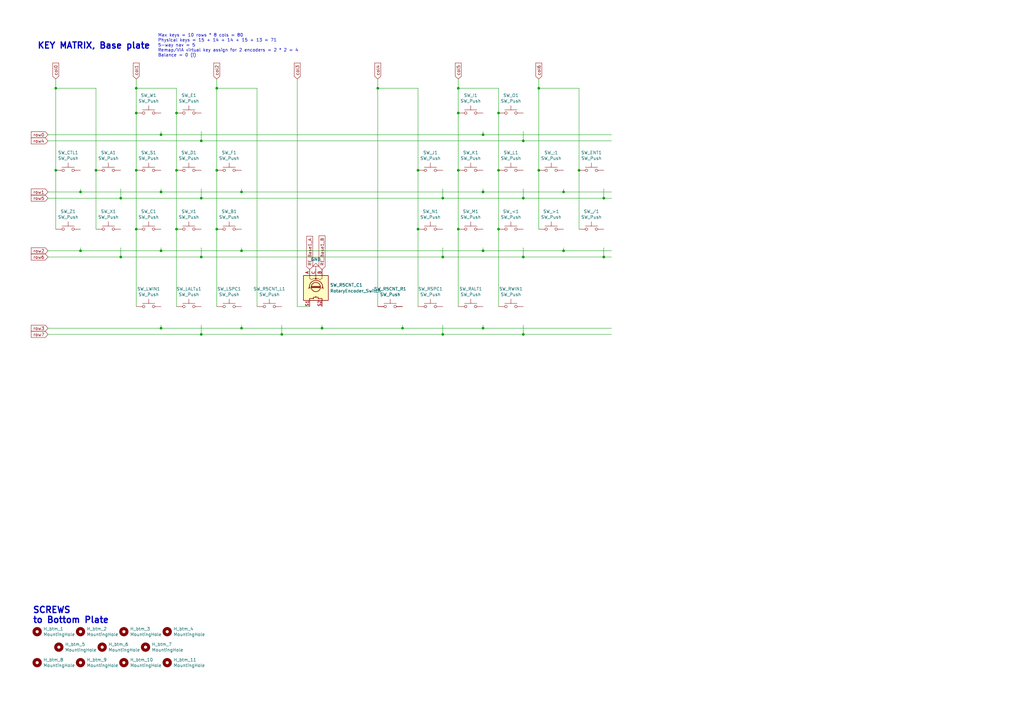
<source format=kicad_sch>
(kicad_sch (version 20231120) (generator "eeschema") (generator_version "8.0")
  (paper "A3")
  (title_block (title "Sandy") (date "2023-01-04") (rev "v.0") (company "@jpskenn"))
  (lib_symbols
    (symbol "Device:RotaryEncoder_Switch" (pin_names (offset 0.254) hide)
      (property "Reference" "SW" (at 0 6.604 0))
      (property "Value" "RotaryEncoder_Switch" (at 0 -6.604 0))
      (symbol "RotaryEncoder_Switch_0_1"
        (rectangle (start -5.08 5.08) (end 5.08 -5.08) (stroke (width 0.254)) (fill (type background)))
        (circle (center -3.81 0) (radius 0.254) (fill (type outline)))
        (circle (center -0.381 0) (radius 1.905) (stroke (width 0.254)))
        (arc (start -0.381 2.667) (mid -3.0988 -0.0635) (end -0.381 -2.794) (stroke (width 0.254)))
        (polyline (pts (xy -0.635 -1.778) (xy -0.635 1.778)) (stroke (width 0.254)))
        (polyline (pts (xy -0.381 -1.778) (xy -0.381 1.778)) (stroke (width 0.254)))
        (polyline (pts (xy -0.127 1.778) (xy -0.127 -1.778)) (stroke (width 0.254)))
        (polyline (pts (xy 3.81 0) (xy 3.429 0)) (stroke (width 0.254)))
        (polyline (pts (xy 3.81 1.016) (xy 3.81 -1.016)) (stroke (width 0.254)))
        (polyline (pts (xy -5.08 -2.54) (xy -3.81 -2.54) (xy -3.81 -2.032)))
        (polyline (pts (xy -5.08 2.54) (xy -3.81 2.54) (xy -3.81 2.032)))
        (polyline (pts (xy 0.254 -3.048) (xy -0.508 -2.794) (xy 0.127 -2.413)) (stroke (width 0.254)))
        (polyline (pts (xy 0.254 2.921) (xy -0.508 2.667) (xy 0.127 2.286)) (stroke (width 0.254)))
        (polyline (pts (xy 5.08 -2.54) (xy 4.318 -2.54) (xy 4.318 -1.016)) (stroke (width 0.254)))
        (polyline (pts (xy 5.08 2.54) (xy 4.318 2.54) (xy 4.318 1.016)) (stroke (width 0.254)))
        (polyline (pts (xy -5.08 0) (xy -3.81 0) (xy -3.81 -1.016) (xy -3.302 -2.032)))
        (polyline (pts (xy -4.318 0) (xy -3.81 0) (xy -3.81 1.016) (xy -3.302 2.032)))
        (circle (center 4.318 -1.016) (radius 0.127) (stroke (width 0.254)))
        (circle (center 4.318 1.016) (radius 0.127) (stroke (width 0.254)))
      )
      (symbol "RotaryEncoder_Switch_1_1"
        (pin passive line (at -7.62 2.54 0) (length 2.54) (name "A") (number "A"))
        (pin passive line (at -7.62 -2.54 0) (length 2.54) (name "B") (number "B"))
        (pin passive line (at -7.62 0 0) (length 2.54) (name "C") (number "C"))
        (pin passive line (at 7.62 2.54 180) (length 2.54) (name "S1") (number "S1"))
        (pin passive line (at 7.62 -2.54 180) (length 2.54) (name "S2") (number "S2"))
      )
    )
    (symbol "GND_4" (power) (pin_numbers hide) (pin_names (offset 0) hide)
      (property "Value" "GND" (at 0 -3.81 0))
      (symbol "GND_4_0_1"
        (polyline (pts (xy 0 0) (xy 0 -1.27) (xy 1.27 -1.27) (xy 0 -2.54) (xy -1.27 -1.27) (xy 0 -1.27)))
      )
      (symbol "GND_4_1_1"
        (pin power_in line (at 0 0 270) (length 0) (name "~") (number "1"))
      )
    )
    (symbol "Mechanical:MountingHole" (pin_names (offset 1.016))
      (property "Reference" "H" (at 0 5.08 0))
      (property "Value" "MountingHole" (at 0 3.175 0))
      (symbol "MountingHole_0_1"
        (circle (center 0 0) (radius 1.27) (stroke (width 1.27)))
      )
    )
    (symbol "Switch:SW_Push" (pin_numbers hide) (pin_names (offset 1.016) hide)
      (property "Reference" "SW" (at 1.27 2.54 0))
      (property "Value" "SW_Push" (at 0 -1.524 0))
      (symbol "SW_Push_0_1"
        (circle (center -2.032 0) (radius 0.508))
        (polyline (pts (xy 0 1.27) (xy 0 3.048)))
        (polyline (pts (xy 2.54 1.27) (xy -2.54 1.27)))
        (circle (center 2.032 0) (radius 0.508))
        (pin passive line (at -5.08 0 0) (length 2.54) (name "1") (number "1"))
        (pin passive line (at 5.08 0 180) (length 2.54) (name "2") (number "2"))
      )
    )
  )
  (bus_alias "def-a" (members "row0" "row5" "col0" "col1"))
  (junction (at 33.02 78.74))
  (junction (at 198.12 55.245))
  (junction (at 247.65 105.41))
  (junction (at 33.02 102.87))
  (junction (at 214.63 81.28))
  (junction (at 66.04 134.62))
  (junction (at 165.1 134.62))
  (junction (at 204.47 93.98))
  (junction (at 198.12 102.87))
  (junction (at 154.94 36.195))
  (junction (at 55.88 69.85))
  (junction (at 39.37 69.85))
  (junction (at 99.06 78.74))
  (junction (at 181.61 81.28))
  (junction (at 198.12 78.74))
  (junction (at 187.96 93.98))
  (junction (at 171.45 69.85))
  (junction (at 88.9 36.195))
  (junction (at 181.61 105.41))
  (junction (at 171.45 93.98))
  (junction (at 55.88 36.195))
  (junction (at 214.63 57.785))
  (junction (at 115.57 137.16))
  (junction (at 214.63 137.16))
  (junction (at 49.53 81.28))
  (junction (at 82.55 137.16))
  (junction (at 66.04 55.245))
  (junction (at 82.55 81.28))
  (junction (at 55.88 93.98))
  (junction (at 231.14 78.74))
  (junction (at 220.98 36.195))
  (junction (at 132.08 134.62))
  (junction (at 66.04 102.87))
  (junction (at 82.55 105.41))
  (junction (at 99.06 102.87))
  (junction (at 247.65 81.28))
  (junction (at 181.61 137.16))
  (junction (at 204.47 69.85))
  (junction (at 72.39 46.355))
  (junction (at 237.49 69.85))
  (junction (at 49.53 105.41))
  (junction (at 231.14 102.87))
  (junction (at 220.98 69.85))
  (junction (at 88.9 69.85))
  (junction (at 204.47 46.355))
  (junction (at 72.39 93.98))
  (junction (at 88.9 93.98))
  (junction (at 187.96 36.195))
  (junction (at 82.55 57.785))
  (junction (at 214.63 105.41))
  (junction (at 198.12 134.62))
  (junction (at 66.04 78.74))
  (junction (at 187.96 46.355))
  (junction (at 187.96 69.85))
  (junction (at 99.06 134.62))
  (junction (at 72.39 69.85))
  (junction (at 22.86 69.85))
  (junction (at 55.88 46.355))
  (junction (at 22.86 36.195))
  (wire (pts (xy 19.685 134.62) (xy 66.04 134.62)))
  (wire (pts (xy 198.12 53.975) (xy 198.12 55.245)))
  (wire (pts (xy 82.55 57.785) (xy 214.63 57.785)))
  (wire (pts (xy 19.685 137.16) (xy 82.55 137.16)))
  (wire (pts (xy 22.86 32.385) (xy 22.86 36.195)))
  (wire (pts (xy 99.06 101.6) (xy 99.06 102.87)))
  (wire (pts (xy 66.04 78.74) (xy 99.06 78.74)))
  (wire (pts (xy 181.61 137.16) (xy 181.61 133.35)))
  (wire (pts (xy 22.86 36.195) (xy 39.37 36.195)))
  (wire (pts (xy 165.1 134.62) (xy 198.12 134.62)))
  (wire (pts (xy 171.45 36.195) (xy 171.45 69.85)))
  (wire (pts (xy 99.06 133.35) (xy 99.06 134.62)))
  (wire (pts (xy 187.96 36.195) (xy 187.96 46.355)))
  (wire (pts (xy 49.53 105.41) (xy 82.55 105.41)))
  (wire (pts (xy 72.39 46.355) (xy 72.39 69.85)))
  (wire (pts (xy 204.47 93.98) (xy 204.47 125.73)))
  (wire (pts (xy 72.39 69.85) (xy 72.39 93.98)))
  (wire (pts (xy 237.49 36.195) (xy 237.49 69.85)))
  (wire (pts (xy 99.06 78.74) (xy 198.12 78.74)))
  (wire (pts (xy 49.53 81.28) (xy 82.55 81.28)))
  (wire (pts (xy 171.45 93.98) (xy 171.45 125.73)))
  (wire (pts (xy 19.685 78.74) (xy 33.02 78.74)))
  (wire (pts (xy 231.14 78.74) (xy 250.825 78.74)))
  (wire (pts (xy 198.12 101.6) (xy 198.12 102.87)))
  (wire (pts (xy 247.65 77.47) (xy 247.65 81.28)))
  (wire (pts (xy 72.39 93.98) (xy 72.39 125.73)))
  (wire (pts (xy 204.47 69.85) (xy 204.47 93.98)))
  (wire (pts (xy 19.685 55.245) (xy 66.04 55.245)))
  (wire (pts (xy 66.04 53.975) (xy 66.04 55.245)))
  (wire (pts (xy 181.61 137.16) (xy 214.63 137.16)))
  (wire (pts (xy 49.53 77.47) (xy 49.53 81.28)))
  (wire (pts (xy 88.9 32.385) (xy 88.9 36.195)))
  (wire (pts (xy 99.06 77.47) (xy 99.06 78.74)))
  (wire (pts (xy 82.55 105.41) (xy 181.61 105.41)))
  (wire (pts (xy 82.55 101.6) (xy 82.55 105.41)))
  (wire (pts (xy 181.61 105.41) (xy 214.63 105.41)))
  (wire (pts (xy 231.14 77.47) (xy 231.14 78.74)))
  (wire (pts (xy 72.39 36.195) (xy 55.88 36.195)))
  (wire (pts (xy 66.04 134.62) (xy 99.06 134.62)))
  (wire (pts (xy 55.88 69.85) (xy 55.88 93.98)))
  (wire (pts (xy 99.06 102.87) (xy 198.12 102.87)))
  (wire (pts (xy 19.685 105.41) (xy 49.53 105.41)))
  (wire (pts (xy 33.02 78.74) (xy 66.04 78.74)))
  (wire (pts (xy 198.12 133.35) (xy 198.12 134.62)))
  (wire (pts (xy 214.63 105.41) (xy 247.65 105.41)))
  (wire (pts (xy 214.63 57.785) (xy 250.825 57.785)))
  (wire (pts (xy 247.65 81.28) (xy 250.825 81.28)))
  (wire (pts (xy 72.39 36.195) (xy 72.39 46.355)))
  (wire (pts (xy 181.61 101.6) (xy 181.61 105.41)))
  (wire (pts (xy 154.94 32.385) (xy 154.94 36.195)))
  (wire (pts (xy 187.96 32.385) (xy 187.96 36.195)))
  (wire (pts (xy 204.47 46.355) (xy 204.47 69.85)))
  (wire (pts (xy 115.57 133.35) (xy 115.57 137.16)))
  (wire (pts (xy 198.12 78.74) (xy 231.14 78.74)))
  (wire (pts (xy 88.9 93.98) (xy 88.9 125.73)))
  (wire (pts (xy 115.57 137.16) (xy 181.61 137.16)))
  (wire (pts (xy 171.45 69.85) (xy 171.45 93.98)))
  (wire (pts (xy 55.88 93.98) (xy 55.88 125.73)))
  (wire (pts (xy 49.53 101.6) (xy 49.53 105.41)))
  (wire (pts (xy 198.12 134.62) (xy 250.825 134.62)))
  (wire (pts (xy 204.47 36.195) (xy 204.47 46.355)))
  (wire (pts (xy 214.63 133.35) (xy 214.63 137.16)))
  (wire (pts (xy 22.86 69.85) (xy 22.86 93.98)))
  (wire (pts (xy 187.96 93.98) (xy 187.96 125.73)))
  (wire (pts (xy 220.98 36.195) (xy 220.98 69.85)))
  (wire (pts (xy 33.02 77.47) (xy 33.02 78.74)))
  (wire (pts (xy 66.04 102.87) (xy 99.06 102.87)))
  (wire (pts (xy 121.92 125.73) (xy 127 125.73)))
  (wire (pts (xy 105.41 36.195) (xy 105.41 125.73)))
  (wire (pts (xy 237.49 36.195) (xy 220.98 36.195)))
  (wire (pts (xy 33.02 101.6) (xy 33.02 102.87)))
  (wire (pts (xy 19.685 81.28) (xy 49.53 81.28)))
  (wire (pts (xy 88.9 36.195) (xy 88.9 69.85)))
  (wire (pts (xy 33.02 102.87) (xy 66.04 102.87)))
  (wire (pts (xy 39.37 36.195) (xy 39.37 69.85)))
  (wire (pts (xy 237.49 69.85) (xy 237.49 93.98)))
  (wire (pts (xy 198.12 102.87) (xy 231.14 102.87)))
  (wire (pts (xy 214.63 77.47) (xy 214.63 81.28)))
  (wire (pts (xy 132.08 134.62) (xy 165.1 134.62)))
  (wire (pts (xy 19.685 102.87) (xy 33.02 102.87)))
  (wire (pts (xy 99.06 134.62) (xy 132.08 134.62)))
  (wire (pts (xy 220.98 69.85) (xy 220.98 93.98)))
  (wire (pts (xy 250.825 105.41) (xy 247.65 105.41)))
  (wire (pts (xy 214.63 81.28) (xy 247.65 81.28)))
  (wire (pts (xy 214.63 137.16) (xy 250.825 137.16)))
  (wire (pts (xy 19.685 57.785) (xy 82.55 57.785)))
  (wire (pts (xy 82.55 137.16) (xy 115.57 137.16)))
  (wire (pts (xy 214.63 101.6) (xy 214.63 105.41)))
  (wire (pts (xy 55.88 32.385) (xy 55.88 36.195)))
  (wire (pts (xy 187.96 69.85) (xy 187.96 93.98)))
  (wire (pts (xy 88.9 69.85) (xy 88.9 93.98)))
  (wire (pts (xy 171.45 36.195) (xy 154.94 36.195)))
  (wire (pts (xy 204.47 36.195) (xy 187.96 36.195)))
  (wire (pts (xy 181.61 81.28) (xy 214.63 81.28)))
  (wire (pts (xy 181.61 77.47) (xy 181.61 81.28)))
  (wire (pts (xy 132.08 133.35) (xy 132.08 134.62)))
  (wire (pts (xy 66.04 133.35) (xy 66.04 134.62)))
  (wire (pts (xy 66.04 101.6) (xy 66.04 102.87)))
  (wire (pts (xy 247.65 101.6) (xy 247.65 105.41)))
  (wire (pts (xy 105.41 36.195) (xy 88.9 36.195)))
  (wire (pts (xy 66.04 55.245) (xy 198.12 55.245)))
  (wire (pts (xy 154.94 36.195) (xy 154.94 125.73)))
  (wire (pts (xy 187.96 46.355) (xy 187.96 69.85)))
  (wire (pts (xy 82.55 133.35) (xy 82.55 137.16)))
  (wire (pts (xy 231.14 101.6) (xy 231.14 102.87)))
  (wire (pts (xy 39.37 69.85) (xy 39.37 93.98)))
  (wire (pts (xy 165.1 133.35) (xy 165.1 134.62)))
  (wire (pts (xy 55.88 46.355) (xy 55.88 69.85)))
  (wire (pts (xy 121.92 32.385) (xy 121.92 125.73)))
  (wire (pts (xy 82.55 81.28) (xy 181.61 81.28)))
  (wire (pts (xy 82.55 53.975) (xy 82.55 57.785)))
  (wire (pts (xy 231.14 102.87) (xy 250.825 102.87)))
  (wire (pts (xy 214.63 53.975) (xy 214.63 57.785)))
  (wire (pts (xy 220.98 32.385) (xy 220.98 36.195)))
  (wire (pts (xy 66.04 77.47) (xy 66.04 78.74)))
  (wire (pts (xy 22.86 36.195) (xy 22.86 69.85)))
  (wire (pts (xy 198.12 55.245) (xy 250.825 55.245)))
  (wire (pts (xy 198.12 77.47) (xy 198.12 78.74)))
  (wire (pts (xy 55.88 36.195) (xy 55.88 46.355)))
  (wire (pts (xy 82.55 77.47) (xy 82.55 81.28)))
  (text "SCREWS\nto Bottom Plate" (at 13.335 255.905 0) (effects (font (size 2.54 2.54) (thickness 0.508) (bold yes)) (justify left bottom)))
  (text "KEY MATRIX, Base plate" (at 15.24 20.32 0) (effects (font (size 2.54 2.54) (thickness 0.508) (bold yes)) (justify left bottom)))
  (text "Max keys = 10 rows * 8 cols = 80\nPhysical keys = 15 + 14 + 14 + 15 + 13 = 71\n5-way nav = 5\nRemap/VIA virtual key assign for 2 encoders = 2 * 2 = 4\nBalance = 0 (!)" (at 64.77 23.495 0) (effects (font (size 1.27 1.27)) (justify left bottom)))
  (global_label "row3" (shape input) (at 19.685 134.62 180) (property "Intersheetrefs" "${INTERSHEET_REFS}" (effects (hide yes))) (property "シート間のリファレンス" "${INTERSHEET_REFS}" (effects (hide yes))))
  (global_label "col6" (shape input) (at 220.98 32.385 90) (property "Intersheetrefs" "${INTERSHEET_REFS}" (effects (hide yes))) (property "シート間のリファレンス" "${INTERSHEET_REFS}" (effects (hide yes))))
  (global_label "col4" (shape input) (at 154.94 32.385 90) (property "Intersheetrefs" "${INTERSHEET_REFS}" (effects (hide yes))) (property "シート間のリファレンス" "${INTERSHEET_REFS}" (effects (hide yes))))
  (global_label "row7" (shape input) (at 19.685 137.16 180) (property "Intersheetrefs" "${INTERSHEET_REFS}" (effects (hide yes))) (property "シート間のリファレンス" "${INTERSHEET_REFS}" (effects (hide yes))))
  (global_label "row6" (shape input) (at 19.685 105.41 180) (property "Intersheetrefs" "${INTERSHEET_REFS}" (effects (hide yes))) (property "シート間のリファレンス" "${INTERSHEET_REFS}" (effects (hide yes))))
  (global_label "col2" (shape input) (at 88.9 32.385 90) (property "Intersheetrefs" "${INTERSHEET_REFS}" (effects (hide yes))) (property "シート間のリファレンス" "${INTERSHEET_REFS}" (effects (hide yes))))
  (global_label "row2" (shape input) (at 19.685 102.87 180) (property "Intersheetrefs" "${INTERSHEET_REFS}" (effects (hide yes))) (property "シート間のリファレンス" "${INTERSHEET_REFS}" (effects (hide yes))))
  (global_label "RE_Base1_A" (shape input) (at 127 110.49 90) (property "Intersheetrefs" "${INTERSHEET_REFS}" (effects (hide yes))) (property "シート間のリファレンス" "${INTERSHEET_REFS}" (effects (hide yes))))
  (global_label "row1" (shape input) (at 19.685 78.74 180) (property "Intersheetrefs" "${INTERSHEET_REFS}" (effects (hide yes))) (property "シート間のリファレンス" "${INTERSHEET_REFS}" (effects (hide yes))))
  (global_label "col5" (shape input) (at 187.96 32.385 90) (property "Intersheetrefs" "${INTERSHEET_REFS}" (effects (hide yes))) (property "シート間のリファレンス" "${INTERSHEET_REFS}" (effects (hide yes))))
  (global_label "col0" (shape input) (at 22.86 32.385 90) (property "Intersheetrefs" "${INTERSHEET_REFS}" (effects (hide yes))) (property "シート間のリファレンス" "${INTERSHEET_REFS}" (effects (hide yes))))
  (global_label "row5" (shape input) (at 19.685 81.28 180) (property "Intersheetrefs" "${INTERSHEET_REFS}" (effects (hide yes))) (property "シート間のリファレンス" "${INTERSHEET_REFS}" (effects (hide yes))))
  (global_label "RE_Base1_B" (shape input) (at 132.08 110.49 90) (property "Intersheetrefs" "${INTERSHEET_REFS}" (effects (hide yes))) (property "シート間のリファレンス" "${INTERSHEET_REFS}" (effects (hide yes))))
  (global_label "col1" (shape input) (at 55.88 32.385 90) (property "Intersheetrefs" "${INTERSHEET_REFS}" (effects (hide yes))) (property "シート間のリファレンス" "${INTERSHEET_REFS}" (effects (hide yes))))
  (global_label "col3" (shape input) (at 121.92 32.385 90) (property "Intersheetrefs" "${INTERSHEET_REFS}" (effects (hide yes))) (property "シート間のリファレンス" "${INTERSHEET_REFS}" (effects (hide yes))))
  (global_label "row4" (shape input) (at 19.685 57.785 180) (property "Intersheetrefs" "${INTERSHEET_REFS}" (effects (hide yes))) (property "シート間のリファレンス" "${INTERSHEET_REFS}" (effects (hide yes))))
  (global_label "row0" (shape input) (at 19.685 55.245 180) (property "Intersheetrefs" "${INTERSHEET_REFS}" (effects (hide yes))) (property "シート間のリファレンス" "${INTERSHEET_REFS}" (effects (hide yes))))
  (symbol (lib_id "Switch:SW_Push") (at 242.57 93.98 0) (unit 1)
    (property "Reference" "SW_/1" (at 242.57 86.741 0))
    (property "Value" "SW_Push" (at 242.57 89.0524 0))
    (property "Footprint" "locallib:MXOnly-1U-Hotswap-guide-dummy" (effects (hide yes)))
  )
  (symbol (lib_id "Switch:SW_Push") (at 77.47 125.73 0) (unit 1)
    (property "Reference" "SW_LALTu1" (at 77.47 118.491 0))
    (property "Value" "SW_Push" (at 77.47 120.8024 0))
    (property "Footprint" "locallib:MXOnly-1U-Hotswap-guide-dummy" (effects (hide yes)))
  )
  (symbol (lib_id "Switch:SW_Push") (at 209.55 125.73 0) (unit 1)
    (property "Reference" "SW_RWIN1" (at 209.55 118.491 0))
    (property "Value" "SW_Push" (at 209.55 120.8024 0))
    (property "Footprint" "locallib:MXOnly-1U-Hotswap-guide-dummy" (effects (hide yes)))
  )
  (symbol (lib_id "Switch:SW_Push") (at 60.96 125.73 0) (unit 1)
    (property "Reference" "SW_LWIN1" (at 60.96 118.491 0))
    (property "Value" "SW_Push" (at 60.96 120.8024 0))
    (property "Footprint" "locallib:MXOnly-1U-Hotswap-guide-dummy" (effects (hide yes)))
  )
  (symbol (lib_id "Switch:SW_Push") (at 60.96 46.355 0) (unit 1)
    (property "Reference" "SW_W1" (at 60.96 39.116 0))
    (property "Value" "SW_Push" (at 60.96 41.4274 0))
    (property "Footprint" "locallib:MXOnly-1U-Hotswap-guide-dummy" (effects (hide yes)))
  )
  (symbol (lib_id "Switch:SW_Push") (at 77.47 46.355 0) (unit 1)
    (property "Reference" "SW_E1" (at 77.47 39.116 0))
    (property "Value" "SW_Push" (at 77.47 41.4274 0))
    (property "Footprint" "locallib:MXOnly-1U-Hotswap-guide-dummy" (effects (hide yes)))
  )
  (symbol (lib_id "Switch:SW_Push") (at 209.55 46.355 0) (unit 1)
    (property "Reference" "SW_O1" (at 209.55 39.116 0))
    (property "Value" "SW_Push" (at 209.55 41.4274 0))
    (property "Footprint" "locallib:MXOnly-1U-Hotswap-guide-dummy" (effects (hide yes)))
  )
  (symbol (lib_id "Switch:SW_Push") (at 193.04 46.355 0) (unit 1)
    (property "Reference" "SW_I1" (at 193.04 39.116 0))
    (property "Value" "SW_Push" (at 193.04 41.4274 0))
    (property "Footprint" "locallib:MXOnly-1U-Hotswap-guide-dummy" (effects (hide yes)))
  )
  (symbol (lib_id "Switch:SW_Push") (at 44.45 69.85 0) (unit 1)
    (property "Reference" "SW_A1" (at 44.45 62.611 0))
    (property "Value" "SW_Push" (at 44.45 64.9224 0))
    (property "Footprint" "locallib:MXOnly-1U-Hotswap-guide-dummy" (effects (hide yes)))
  )
  (symbol (lib_id "Switch:SW_Push") (at 60.96 69.85 0) (unit 1)
    (property "Reference" "SW_S1" (at 60.96 62.611 0))
    (property "Value" "SW_Push" (at 60.96 64.9224 0))
    (property "Footprint" "locallib:MXOnly-1U-Hotswap-guide-dummy" (effects (hide yes)))
  )
  (symbol (lib_id "Switch:SW_Push") (at 77.47 69.85 0) (unit 1)
    (property "Reference" "SW_D1" (at 77.47 62.611 0))
    (property "Value" "SW_Push" (at 77.47 64.9224 0))
    (property "Footprint" "locallib:MXOnly-1U-Hotswap-guide-dummy" (effects (hide yes)))
  )
  (symbol (lib_id "Switch:SW_Push") (at 93.98 69.85 0) (unit 1)
    (property "Reference" "SW_F1" (at 93.98 62.611 0))
    (property "Value" "SW_Push" (at 93.98 64.9224 0))
    (property "Footprint" "locallib:MXOnly-1U-Hotswap-guide-dummy" (effects (hide yes)))
  )
  (symbol (lib_id "Switch:SW_Push") (at 209.55 69.85 0) (unit 1)
    (property "Reference" "SW_L1" (at 209.55 62.611 0))
    (property "Value" "SW_Push" (at 209.55 64.9224 0))
    (property "Footprint" "locallib:MXOnly-1U-Hotswap-guide-dummy" (effects (hide yes)))
  )
  (symbol (lib_id "Switch:SW_Push") (at 176.53 69.85 0) (unit 1)
    (property "Reference" "SW_J1" (at 176.53 62.611 0))
    (property "Value" "SW_Push" (at 176.53 64.9224 0))
    (property "Footprint" "locallib:MXOnly-1U-Hotswap-guide-dummy" (effects (hide yes)))
  )
  (symbol (lib_id "Switch:SW_Push") (at 193.04 69.85 0) (unit 1)
    (property "Reference" "SW_K1" (at 193.04 62.611 0))
    (property "Value" "SW_Push" (at 193.04 64.9224 0))
    (property "Footprint" "locallib:MXOnly-1U-Hotswap-guide-dummy" (effects (hide yes)))
  )
  (symbol (lib_id "Switch:SW_Push") (at 27.94 93.98 0) (unit 1)
    (property "Reference" "SW_Z1" (at 27.94 86.741 0))
    (property "Value" "SW_Push" (at 27.94 89.0524 0))
    (property "Footprint" "locallib:MXOnly-1U-Hotswap-guide-dummy" (effects (hide yes)))
  )
  (symbol (lib_id "Switch:SW_Push") (at 44.45 93.98 0) (unit 1)
    (property "Reference" "SW_X1" (at 44.45 86.741 0))
    (property "Value" "SW_Push" (at 44.45 89.0524 0))
    (property "Footprint" "locallib:MXOnly-1U-Hotswap-guide-dummy" (effects (hide yes)))
  )
  (symbol (lib_id "Switch:SW_Push") (at 60.96 93.98 0) (unit 1)
    (property "Reference" "SW_C1" (at 60.96 86.741 0))
    (property "Value" "SW_Push" (at 60.96 89.0524 0))
    (property "Footprint" "locallib:MXOnly-1U-Hotswap-guide-dummy" (effects (hide yes)))
  )
  (symbol (lib_id "Switch:SW_Push") (at 77.47 93.98 0) (unit 1)
    (property "Reference" "SW_V1" (at 77.47 86.741 0))
    (property "Value" "SW_Push" (at 77.47 89.0524 0))
    (property "Footprint" "locallib:MXOnly-1U-Hotswap-guide-dummy" (effects (hide yes)))
  )
  (symbol (lib_id "Switch:SW_Push") (at 226.06 93.98 0) (unit 1)
    (property "Reference" "SW_>1" (at 226.06 86.741 0))
    (property "Value" "SW_Push" (at 226.06 89.0524 0))
    (property "Footprint" "locallib:MXOnly-1U-Hotswap-guide-dummy" (effects (hide yes)))
  )
  (symbol (lib_id "Switch:SW_Push") (at 176.53 93.98 0) (unit 1)
    (property "Reference" "SW_N1" (at 176.53 86.741 0))
    (property "Value" "SW_Push" (at 176.53 89.0524 0))
    (property "Footprint" "locallib:MXOnly-1U-Hotswap-guide-dummy" (effects (hide yes)))
  )
  (symbol (lib_id "Switch:SW_Push") (at 193.04 93.98 0) (unit 1)
    (property "Reference" "SW_M1" (at 193.04 86.741 0))
    (property "Value" "SW_Push" (at 193.04 89.0524 0))
    (property "Footprint" "locallib:MXOnly-1U-Hotswap-guide-dummy" (effects (hide yes)))
  )
  (symbol (lib_id "Switch:SW_Push") (at 209.55 93.98 0) (unit 1)
    (property "Reference" "SW_<1" (at 209.55 86.741 0))
    (property "Value" "SW_Push" (at 209.55 89.0524 0))
    (property "Footprint" "locallib:MXOnly-1U-Hotswap-guide-dummy" (effects (hide yes)))
  )
  (symbol (lib_id "Switch:SW_Push") (at 193.04 125.73 0) (unit 1)
    (property "Reference" "SW_RALT1" (at 193.04 118.491 0))
    (property "Value" "SW_Push" (at 193.04 120.8024 0))
    (property "Footprint" "locallib:MXOnly-1U-Hotswap-guide-dummy" (effects (hide yes)))
  )
  (symbol (lib_id "Switch:SW_Push") (at 93.98 125.73 0) (unit 1)
    (property "Reference" "SW_LSPC1" (at 93.98 118.491 0))
    (property "Value" "SW_Push" (at 93.98 120.8024 0))
    (property "Footprint" "locallib:MXOnly-1U-Hotswap-guide-dummy" (effects (hide yes)))
  )
  (symbol (lib_id "Switch:SW_Push") (at 27.94 69.85 0) (unit 1)
    (property "Reference" "SW_CTL1" (at 27.94 62.611 0))
    (property "Value" "SW_Push" (at 27.94 64.9224 0))
    (property "Footprint" "locallib:MXOnly-1U-Hotswap-guide-dummy" (effects (hide yes)))
  )
  (symbol (lib_id "Mechanical:MountingHole") (at 15.24 259.08 0) (unit 1)
    (property "Reference" "H_btm_1" (at 17.78 257.9116 0) (effects (justify left)))
    (property "Value" "MountingHole" (at 17.78 260.223 0) (effects (justify left)))
    (property "Footprint" "locallib:MountingHole_2.2mm_M2_No_Cu" (effects (hide yes)))
  )
  (symbol (lib_id "Mechanical:MountingHole") (at 33.02 259.08 0) (unit 1)
    (property "Reference" "H_btm_2" (at 35.56 257.9116 0) (effects (justify left)))
    (property "Value" "MountingHole" (at 35.56 260.223 0) (effects (justify left)))
    (property "Footprint" "locallib:MountingHole_2.2mm_M2_No_Cu" (effects (hide yes)))
  )
  (symbol (lib_id "Mechanical:MountingHole") (at 50.8 259.08 0) (unit 1)
    (property "Reference" "H_btm_3" (at 53.34 257.9116 0) (effects (justify left)))
    (property "Value" "MountingHole" (at 53.34 260.223 0) (effects (justify left)))
    (property "Footprint" "locallib:MountingHole_2.2mm_M2_No_Cu" (effects (hide yes)))
  )
  (symbol (lib_id "Mechanical:MountingHole") (at 68.58 259.08 0) (unit 1)
    (property "Reference" "H_btm_4" (at 71.12 257.9116 0) (effects (justify left)))
    (property "Value" "MountingHole" (at 71.12 260.223 0) (effects (justify left)))
    (property "Footprint" "locallib:MountingHole_2.2mm_M2_No_Cu" (effects (hide yes)))
  )
  (symbol (lib_id "Switch:SW_Push") (at 242.57 69.85 0) (unit 1)
    (property "Reference" "SW_ENT1" (at 242.57 62.611 0))
    (property "Value" "SW_Push" (at 242.57 64.9224 0))
    (property "Footprint" "locallib:MXOnly-1U-Hotswap-guide-dummy" (effects (hide yes)))
  )
  (symbol (lib_id "Switch:SW_Push") (at 226.06 69.85 0) (unit 1)
    (property "Reference" "SW_;1" (at 226.06 62.611 0))
    (property "Value" "SW_Push" (at 226.06 64.9224 0))
    (property "Footprint" "locallib:MXOnly-1U-Hotswap-guide-dummy" (effects (hide yes)))
  )
  (symbol (lib_id "Switch:SW_Push") (at 93.98 93.98 0) (unit 1)
    (property "Reference" "SW_B1" (at 93.98 86.741 0))
    (property "Value" "SW_Push" (at 93.98 89.0524 0))
    (property "Footprint" "locallib:MXOnly-1U-Hotswap-guide-dummy" (effects (hide yes)))
  )
  (symbol (lib_id "Mechanical:MountingHole") (at 59.69 265.43 0) (unit 1)
    (property "Reference" "H_btm_7" (at 62.23 264.2616 0) (effects (justify left)))
    (property "Value" "MountingHole" (at 62.23 266.573 0) (effects (justify left)))
    (property "Footprint" "locallib:MountingHole_2.2mm_M2_No_Cu" (effects (hide yes)))
  )
  (symbol (lib_id "Device:RotaryEncoder_Switch") (at 129.54 118.11 90) (mirror x) (unit 1)
    (property "Reference" "SW_R5CNT_C1" (at 135.382 116.8978 90) (effects (justify right)))
    (property "Value" "RotaryEncoder_Switch" (at 135.382 119.3221 90) (effects (justify right)))
    (property "Footprint" "locallib:MXOnly-1U-Hotswap-guide-dummy" (effects (hide yes)))
  )
  (symbol (lib_name "GND_4") (lib_id "power:GND") (at 129.54 110.49 180) (unit 1)
    (property "Reference" "#PWR017" (effects (hide yes)))
    (property "Value" "GND" (at 129.54 106.3569 0))
    (property "Description" "Power symbol creates a global label with name \"GND\" , ground" (effects (hide yes)))
  )
  (symbol (lib_id "Mechanical:MountingHole") (at 33.02 271.78 0) (unit 1)
    (property "Reference" "H_btm_9" (at 35.56 270.6116 0) (effects (justify left)))
    (property "Value" "MountingHole" (at 35.56 272.923 0) (effects (justify left)))
    (property "Footprint" "locallib:MountingHole_2.2mm_M2_No_Cu" (effects (hide yes)))
  )
  (symbol (lib_id "Mechanical:MountingHole") (at 68.58 271.78 0) (unit 1)
    (property "Reference" "H_btm_11" (at 71.12 270.6116 0) (effects (justify left)))
    (property "Value" "MountingHole" (at 71.12 272.923 0) (effects (justify left)))
    (property "Footprint" "locallib:MountingHole_2.2mm_M2_No_Cu" (effects (hide yes)))
  )
  (symbol (lib_id "Switch:SW_Push") (at 110.49 125.73 0) (unit 1)
    (property "Reference" "SW_R5CNT_L1" (at 110.49 118.491 0))
    (property "Value" "SW_Push" (at 110.49 120.8024 0))
    (property "Footprint" "locallib:MXOnly-1U-Hotswap-guide-dummy" (effects (hide yes)))
  )
  (symbol (lib_id "Mechanical:MountingHole") (at 15.24 271.78 0) (unit 1)
    (property "Reference" "H_btm_8" (at 17.78 270.6116 0) (effects (justify left)))
    (property "Value" "MountingHole" (at 17.78 272.923 0) (effects (justify left)))
    (property "Footprint" "locallib:MountingHole_2.2mm_M2_No_Cu" (effects (hide yes)))
  )
  (symbol (lib_id "Switch:SW_Push") (at 176.53 125.73 0) (unit 1)
    (property "Reference" "SW_RSPC1" (at 176.53 118.491 0))
    (property "Value" "SW_Push" (at 176.53 120.8024 0))
    (property "Footprint" "locallib:MXOnly-1U-Hotswap-guide-dummy" (effects (hide yes)))
  )
  (symbol (lib_id "Mechanical:MountingHole") (at 24.13 265.43 0) (unit 1)
    (property "Reference" "H_btm_5" (at 26.67 264.2616 0) (effects (justify left)))
    (property "Value" "MountingHole" (at 26.67 266.573 0) (effects (justify left)))
    (property "Footprint" "locallib:MountingHole_2.2mm_M2_No_Cu" (effects (hide yes)))
  )
  (symbol (lib_id "Mechanical:MountingHole") (at 41.91 265.43 0) (unit 1)
    (property "Reference" "H_btm_6" (at 44.45 264.2616 0) (effects (justify left)))
    (property "Value" "MountingHole" (at 44.45 266.573 0) (effects (justify left)))
    (property "Footprint" "locallib:MountingHole_2.2mm_M2_No_Cu" (effects (hide yes)))
  )
  (symbol (lib_id "Mechanical:MountingHole") (at 50.8 271.78 0) (unit 1)
    (property "Reference" "H_btm_10" (at 53.34 270.6116 0) (effects (justify left)))
    (property "Value" "MountingHole" (at 53.34 272.923 0) (effects (justify left)))
    (property "Footprint" "locallib:MountingHole_2.2mm_M2_No_Cu" (effects (hide yes)))
  )
  (symbol (lib_id "Switch:SW_Push") (at 160.02 125.73 0) (unit 1)
    (property "Reference" "SW_R5CNT_R1" (at 160.02 118.491 0))
    (property "Value" "SW_Push" (at 160.02 120.8024 0))
    (property "Footprint" "locallib:MXOnly-1U-Hotswap-guide-dummy" (effects (hide yes)))
  )
)
</source>
